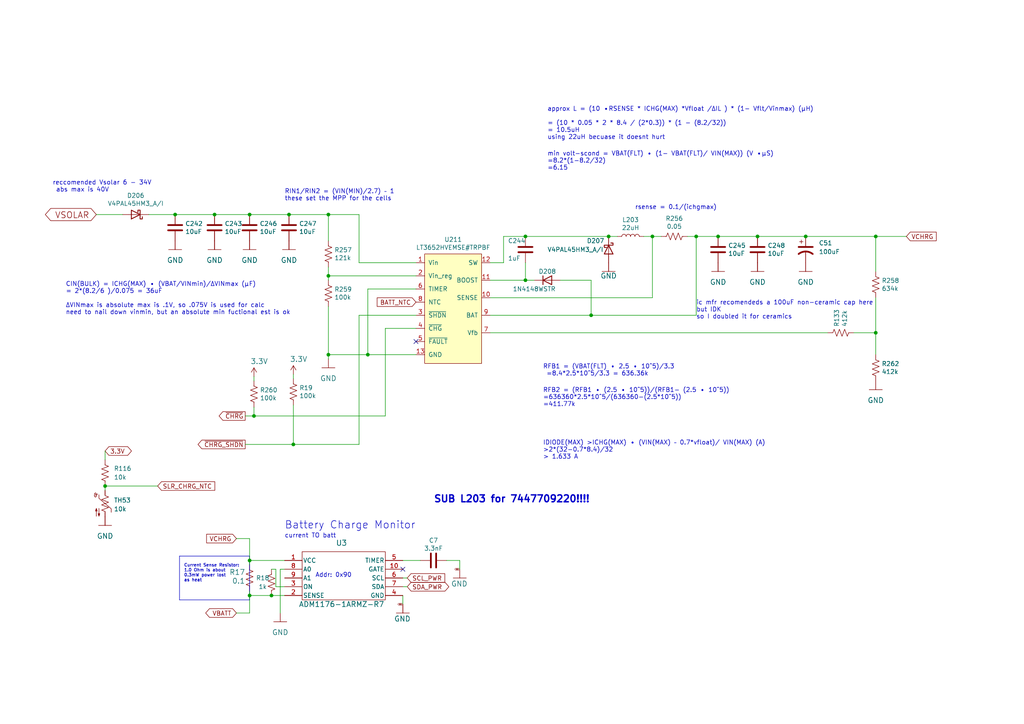
<source format=kicad_sch>
(kicad_sch (version 20230121) (generator eeschema)
  (paper "A4")
  (lib_symbols
    (symbol "Device:C" (pin_numbers hide) (pin_names (offset 0.254))
      (property "Reference" "C" (at 0.635 2.54 0))
      (property "Value" "C" (at 0.635 -2.54 0))
      (symbol "C_0_1"
        (polyline (pts (xy -2.032 -0.762) (xy 2.032 -0.762)) (stroke (width 0.508)))
        (polyline (pts (xy -2.032 0.762) (xy 2.032 0.762)) (stroke (width 0.508)))
      )
      (symbol "C_1_1"
        (pin passive line (at 0 3.81 270) (length 2.794) (name "~") (number "1"))
        (pin passive line (at 0 -3.81 90) (length 2.794) (name "~") (number "2"))
      )
    )
    (symbol "Device:C_Polarized_US" (pin_numbers hide) (pin_names (offset 0.254) hide)
      (property "Reference" "C" (at 0.635 2.54 0))
      (property "Value" "C_Polarized_US" (at 0.635 -2.54 0))
      (symbol "C_Polarized_US_0_1"
        (polyline (pts (xy -2.032 0.762) (xy 2.032 0.762)) (stroke (width 0.508)))
        (polyline (pts (xy -1.778 2.286) (xy -0.762 2.286)))
        (polyline (pts (xy -1.27 1.778) (xy -1.27 2.794)))
        (arc (start 2.032 -1.27) (mid 0 -0.5572) (end -2.032 -1.27) (stroke (width 0.508)))
      )
      (symbol "C_Polarized_US_1_1"
        (pin passive line (at 0 3.81 270) (length 2.794) (name "~") (number "1"))
        (pin passive line (at 0 -3.81 90) (length 3.302) (name "~") (number "2"))
      )
    )
    (symbol "Device:L" (pin_numbers hide) (pin_names (offset 1.016) hide)
      (property "Reference" "L" (at -1.27 0 90))
      (property "Value" "L" (at 1.905 0 90))
      (symbol "L_0_1"
        (arc (start 0 -2.54) (mid 0.6323 -1.905) (end 0 -1.27))
        (arc (start 0 -1.27) (mid 0.6323 -0.635) (end 0 0))
        (arc (start 0 0) (mid 0.6323 0.635) (end 0 1.27))
        (arc (start 0 1.27) (mid 0.6323 1.905) (end 0 2.54))
      )
      (symbol "L_1_1"
        (pin passive line (at 0 3.81 270) (length 1.27) (name "1") (number "1"))
        (pin passive line (at 0 -3.81 90) (length 1.27) (name "2") (number "2"))
      )
    )
    (symbol "Device:R_US" (pin_numbers hide) (pin_names (offset 0))
      (property "Reference" "R" (at 2.54 0 90))
      (property "Value" "R_US" (at -2.54 0 90))
      (symbol "R_US_0_1"
        (polyline (pts (xy 0 -2.286) (xy 0 -2.54)))
        (polyline (pts (xy 0 2.286) (xy 0 2.54)))
        (polyline (pts (xy 0 -0.762) (xy 1.016 -1.143) (xy 0 -1.524) (xy -1.016 -1.905) (xy 0 -2.286)))
        (polyline (pts (xy 0 0.762) (xy 1.016 0.381) (xy 0 0) (xy -1.016 -0.381) (xy 0 -0.762)))
        (polyline (pts (xy 0 2.286) (xy 1.016 1.905) (xy 0 1.524) (xy -1.016 1.143) (xy 0 0.762)))
      )
      (symbol "R_US_1_1"
        (pin passive line (at 0 3.81 270) (length 1.27) (name "~") (number "1"))
        (pin passive line (at 0 -3.81 90) (length 1.27) (name "~") (number "2"))
      )
    )
    (symbol "Device:Thermistor_NTC_US" (pin_numbers hide) (pin_names (offset 0))
      (property "Reference" "TH" (at -4.445 0 90))
      (property "Value" "Thermistor_NTC_US" (at 3.175 0 90))
      (symbol "Thermistor_NTC_US_0_1"
        (arc (start -3.048 2.159) (mid -3.0495 2.3143) (end -3.175 2.413))
        (arc (start -3.048 2.159) (mid -2.9736 1.9794) (end -2.794 1.905))
        (arc (start -3.048 2.794) (mid -2.9736 2.6144) (end -2.794 2.54))
        (arc (start -2.794 1.905) (mid -2.6144 1.9794) (end -2.54 2.159))
        (arc (start -2.794 2.54) (mid -2.4393 2.5587) (end -2.159 2.794))
        (arc (start -2.794 3.048) (mid -2.9736 2.9736) (end -3.048 2.794))
        (arc (start -2.54 2.794) (mid -2.6144 2.9736) (end -2.794 3.048))
        (polyline (pts (xy -2.54 2.159) (xy -2.54 2.794)))
        (polyline (pts (xy 0 -2.286) (xy 0 -2.54)))
        (polyline (pts (xy 0 2.286) (xy 0 2.54)))
        (polyline (pts (xy -1.778 2.54) (xy -1.778 1.524) (xy 1.778 -1.524) (xy 1.778 -2.54)))
        (polyline (pts (xy 0 -0.762) (xy 1.016 -1.143) (xy 0 -1.524) (xy -1.016 -1.905) (xy 0 -2.286)))
        (polyline (pts (xy 0 0.762) (xy 1.016 0.381) (xy 0 0) (xy -1.016 -0.381) (xy 0 -0.762)))
        (polyline (pts (xy 0 2.286) (xy 1.016 1.905) (xy 0 1.524) (xy -1.016 1.143) (xy 0 0.762)))
        (polyline (pts (xy -2.54 -3.683) (xy -2.54 -1.397) (xy -2.794 -2.159) (xy -2.286 -2.159) (xy -2.54 -1.397) (xy -2.54 -1.651)) (fill (type outline)))
        (polyline (pts (xy -1.778 -1.397) (xy -1.778 -3.683) (xy -2.032 -2.921) (xy -1.524 -2.921) (xy -1.778 -3.683) (xy -1.778 -3.429)) (fill (type outline)))
      )
      (symbol "Thermistor_NTC_US_1_1"
        (pin passive line (at 0 3.81 270) (length 1.27) (name "~") (number "1"))
        (pin passive line (at 0 -3.81 90) (length 1.27) (name "~") (number "2"))
      )
    )
    (symbol "mainboard-rescue:D-Device-mainboard-rescue" (pin_numbers hide) (pin_names (offset 1.016) hide)
      (property "Reference" "D" (at 0 2.54 0))
      (property "Value" "D-Device-mainboard-rescue" (at 0 -2.54 0))
      (symbol "D-Device-mainboard-rescue_0_1"
        (polyline (pts (xy -1.27 1.27) (xy -1.27 -1.27)) (stroke (width 0.254)))
        (polyline (pts (xy 1.27 0) (xy -1.27 0)))
        (polyline (pts (xy 1.27 1.27) (xy 1.27 -1.27) (xy -1.27 0) (xy 1.27 1.27)) (stroke (width 0.254)))
      )
      (symbol "D-Device-mainboard-rescue_1_1"
        (pin passive line (at -3.81 0 0) (length 2.54) (name "K") (number "1"))
        (pin passive line (at 3.81 0 180) (length 2.54) (name "A") (number "2"))
      )
    )
    (symbol "mainboard-rescue:D_Schottky-Device-mainboard-rescue" (pin_numbers hide) (pin_names (offset 1.016) hide)
      (property "Reference" "D" (at 0 2.54 0))
      (property "Value" "D_Schottky-Device-mainboard-rescue" (at 0 -2.54 0))
      (symbol "D_Schottky-Device-mainboard-rescue_0_1"
        (polyline (pts (xy 1.27 0) (xy -1.27 0)))
        (polyline (pts (xy 1.27 1.27) (xy 1.27 -1.27) (xy -1.27 0) (xy 1.27 1.27)) (stroke (width 0.254)))
        (polyline (pts (xy -1.905 0.635) (xy -1.905 1.27) (xy -1.27 1.27) (xy -1.27 -1.27) (xy -0.635 -1.27) (xy -0.635 -0.635)) (stroke (width 0.254)))
      )
      (symbol "D_Schottky-Device-mainboard-rescue_1_1"
        (pin passive line (at -3.81 0 0) (length 2.54) (name "K") (number "1"))
        (pin passive line (at 3.81 0 180) (length 2.54) (name "A") (number "2"))
      )
    )
    (symbol "mainboard:3.3V" (power) (pin_names (offset 1.016))
      (property "Value" "3.3V" (at -1.016 3.556 0))
      (symbol "3.3V_1_0"
        (polyline (pts (xy 0 2.54) (xy -0.762 1.27)))
        (polyline (pts (xy 0.762 1.27) (xy 0 2.54)))
        (pin power_in line (at 0 0 90) (length 2.54) (name "3.3V") (number "1"))
      )
    )
    (symbol "mainboard:ADM1176-1ARMZ-R7" (pin_names (offset 0.254))
      (property "Reference" "U?" (at 19.05 -10.16 0))
      (property "Value" "ADM1176-1ARMZ-R7" (at 20.32 -26.67 0))
      (symbol "ADM1176-1ARMZ-R7_0_1"
        (rectangle (start 7.62 -11.43) (end 31.75 -25.4))
      )
      (symbol "ADM1176-1ARMZ-R7_1_0"
        (pin unspecified line (at 2.54 -13.97 0) (length 5.08) (name "VCC") (number "1"))
        (pin unspecified line (at 36.83 -16.51 180) (length 5.08) (name "GATE") (number "10"))
        (pin unspecified line (at 2.54 -24.13 0) (length 5.08) (name "SENSE") (number "2"))
        (pin unspecified line (at 2.54 -21.59 0) (length 5.08) (name "ON") (number "3"))
        (pin unspecified line (at 36.83 -24.13 180) (length 5.08) (name "GND") (number "4"))
        (pin unspecified line (at 36.83 -13.97 180) (length 5.08) (name "TIMER") (number "5"))
        (pin unspecified line (at 36.83 -19.05 180) (length 5.08) (name "SCL") (number "6"))
        (pin unspecified line (at 36.83 -21.59 180) (length 5.08) (name "SDA") (number "7"))
        (pin unspecified line (at 2.54 -16.51 0) (length 5.08) (name "A0") (number "8"))
        (pin unspecified line (at 2.54 -19.05 0) (length 5.08) (name "A1") (number "9"))
      )
    )
    (symbol "mainboard:GND" (power) (pin_names (offset 1.016))
      (property "Value" "GND" (at -2.54 -2.54 0))
      (symbol "GND_1_0"
        (polyline (pts (xy -1.905 0) (xy 1.905 0)))
        (pin power_in line (at 0 2.54 270) (length 2.54) (name "GND") (number "1"))
      )
    )
    (symbol "mainboard_SLI:LTC3652HV" (pin_names (offset 1.016))
      (property "Reference" "U" (at 0 3.81 0))
      (property "Value" "LTC3652HV" (at 0 1.27 0))
      (symbol "LTC3652HV_0_1"
        (rectangle (start -8.89 0) (end 7.62 -31.75) (fill (type background)))
      )
      (symbol "LTC3652HV_1_1"
        (pin input line (at -11.43 -2.54 0) (length 2.54) (name "Vin") (number "1"))
        (pin input line (at 10.16 -12.7 180) (length 2.54) (name "SENSE") (number "10"))
        (pin input line (at 10.16 -7.62 180) (length 2.54) (name "BOOST") (number "11"))
        (pin input line (at 10.16 -2.54 180) (length 2.54) (name "SW") (number "12"))
        (pin input line (at -11.43 -29.21 0) (length 2.54) (name "GND") (number "13"))
        (pin input line (at -11.43 -6.35 0) (length 2.54) (name "Vin_reg") (number "2"))
        (pin input line (at -11.43 -17.78 0) (length 2.54) (name "~{SHDN}") (number "3"))
        (pin input line (at -11.43 -21.59 0) (length 2.54) (name "~{CHG}") (number "4"))
        (pin input line (at -11.43 -25.4 0) (length 2.54) (name "~{FAULT}") (number "5"))
        (pin input line (at -11.43 -10.16 0) (length 2.54) (name "TIMER") (number "6"))
        (pin input line (at 10.16 -22.86 180) (length 2.54) (name "Vfb") (number "7"))
        (pin input line (at -11.43 -13.97 0) (length 2.54) (name "NTC") (number "8"))
        (pin input line (at 10.16 -17.78 180) (length 2.54) (name "BAT") (number "9"))
      )
    )
  )
  (junction (at 254 96.52))
  (junction (at 95.25 62.23))
  (junction (at 73.66 120.65))
  (junction (at 72.39 172.72))
  (junction (at 95.25 80.01))
  (junction (at 152.4 81.28))
  (junction (at 171.45 91.44))
  (junction (at 85.09 128.905))
  (junction (at 219.71 68.58))
  (junction (at 189.23 68.58))
  (junction (at 72.39 62.23))
  (junction (at 152.4 68.58))
  (junction (at 201.93 68.58))
  (junction (at 106.68 102.87))
  (junction (at 72.39 162.56))
  (junction (at 176.53 68.58))
  (junction (at 233.68 68.58))
  (junction (at 95.25 102.87))
  (junction (at 30.48 140.97))
  (junction (at 83.82 62.23))
  (junction (at 254 68.58))
  (junction (at 62.23 62.23))
  (junction (at 50.8 62.23))
  (junction (at 208.28 68.58))
  (junction (at 78.74 172.72))
  (no_connect (at 116.84 165.1))
  (no_connect (at 120.65 99.06))
  (wire (pts (xy 162.56 81.28) (xy 171.45 81.28)))
  (wire (pts (xy 30.48 140.97) (xy 45.72 140.97)))
  (wire (pts (xy 104.14 76.2) (xy 120.65 76.2)))
  (wire (pts (xy 154.94 81.28) (xy 152.4 81.28)))
  (wire (pts (xy 81.28 177.8) (xy 81.28 165.1)))
  (wire (pts (xy 72.39 171.45) (xy 72.39 172.72)))
  (wire (pts (xy 118.11 170.18) (xy 116.84 170.18)))
  (wire (pts (xy 80.01 165.1) (xy 78.74 165.1)))
  (wire (pts (xy 68.58 156.21) (xy 72.39 156.21)))
  (wire (pts (xy 219.71 68.58) (xy 233.68 68.58)))
  (wire (pts (xy 189.23 86.36) (xy 189.23 68.58)))
  (wire (pts (xy 30.48 130.81) (xy 30.48 133.35)))
  (polyline (pts (xy 52.07 173.99) (xy 52.07 161.29)))
  (wire (pts (xy 73.66 109.22) (xy 73.66 110.49)))
  (wire (pts (xy 72.39 172.72) (xy 72.39 177.8)))
  (wire (pts (xy 120.65 95.25) (xy 111.76 95.25)))
  (wire (pts (xy 104.14 91.44) (xy 120.65 91.44)))
  (wire (pts (xy 254 96.52) (xy 254 86.36)))
  (wire (pts (xy 152.4 68.58) (xy 146.05 68.58)))
  (wire (pts (xy 106.68 83.82) (xy 106.68 102.87)))
  (wire (pts (xy 142.24 91.44) (xy 171.45 91.44)))
  (wire (pts (xy 62.23 62.23) (xy 72.39 62.23)))
  (wire (pts (xy 146.05 76.2) (xy 142.24 76.2)))
  (wire (pts (xy 201.93 68.58) (xy 199.39 68.58)))
  (wire (pts (xy 142.24 81.28) (xy 152.4 81.28)))
  (wire (pts (xy 121.92 162.56) (xy 116.84 162.56)))
  (wire (pts (xy 83.82 62.23) (xy 95.25 62.23)))
  (wire (pts (xy 95.25 81.28) (xy 95.25 80.01)))
  (wire (pts (xy 95.25 80.01) (xy 95.25 77.47)))
  (wire (pts (xy 43.18 62.23) (xy 50.8 62.23)))
  (wire (pts (xy 95.25 62.23) (xy 104.14 62.23)))
  (wire (pts (xy 104.14 76.2) (xy 104.14 62.23)))
  (wire (pts (xy 80.01 170.18) (xy 80.01 165.1)))
  (wire (pts (xy 142.24 96.52) (xy 240.03 96.52)))
  (polyline (pts (xy 72.39 161.29) (xy 72.39 173.99)))
  (wire (pts (xy 233.68 68.58) (xy 254 68.58)))
  (polyline (pts (xy 72.39 173.99) (xy 52.07 173.99)))
  (wire (pts (xy 85.09 117.475) (xy 85.09 128.905)))
  (wire (pts (xy 171.45 91.44) (xy 201.93 91.44)))
  (wire (pts (xy 186.69 68.58) (xy 189.23 68.58)))
  (wire (pts (xy 95.25 80.01) (xy 120.65 80.01)))
  (wire (pts (xy 129.54 162.56) (xy 133.35 162.56)))
  (wire (pts (xy 50.8 62.23) (xy 62.23 62.23)))
  (wire (pts (xy 201.93 91.44) (xy 201.93 68.58)))
  (wire (pts (xy 85.09 108.585) (xy 85.09 109.855)))
  (wire (pts (xy 81.28 165.1) (xy 82.55 165.1)))
  (wire (pts (xy 106.68 102.87) (xy 120.65 102.87)))
  (wire (pts (xy 72.39 172.72) (xy 78.74 172.72)))
  (wire (pts (xy 27.94 62.23) (xy 35.56 62.23)))
  (wire (pts (xy 152.4 76.2) (xy 152.4 81.28)))
  (wire (pts (xy 72.39 162.56) (xy 82.55 162.56)))
  (wire (pts (xy 78.74 172.72) (xy 82.55 172.72)))
  (wire (pts (xy 30.48 140.97) (xy 30.48 142.24)))
  (wire (pts (xy 72.39 62.23) (xy 83.82 62.23)))
  (wire (pts (xy 146.05 68.58) (xy 146.05 76.2)))
  (wire (pts (xy 73.66 120.65) (xy 71.12 120.65)))
  (wire (pts (xy 104.14 91.44) (xy 104.14 128.905)))
  (wire (pts (xy 73.66 120.65) (xy 111.76 120.65)))
  (polyline (pts (xy 52.07 161.29) (xy 72.39 161.29)))
  (wire (pts (xy 133.35 165.1) (xy 133.35 162.56)))
  (wire (pts (xy 142.24 86.36) (xy 189.23 86.36)))
  (wire (pts (xy 72.39 162.56) (xy 72.39 163.83)))
  (wire (pts (xy 72.39 162.56) (xy 72.39 156.21)))
  (wire (pts (xy 254 68.58) (xy 254 78.74)))
  (wire (pts (xy 95.25 102.87) (xy 95.25 104.14)))
  (wire (pts (xy 111.76 95.25) (xy 111.76 120.65)))
  (wire (pts (xy 73.66 118.11) (xy 73.66 120.65)))
  (wire (pts (xy 247.65 96.52) (xy 254 96.52)))
  (wire (pts (xy 106.68 102.87) (xy 95.25 102.87)))
  (wire (pts (xy 179.07 68.58) (xy 176.53 68.58)))
  (wire (pts (xy 106.68 83.82) (xy 120.65 83.82)))
  (wire (pts (xy 208.28 68.58) (xy 219.71 68.58)))
  (wire (pts (xy 189.23 68.58) (xy 191.77 68.58)))
  (wire (pts (xy 104.14 128.905) (xy 85.09 128.905)))
  (wire (pts (xy 95.25 88.9) (xy 95.25 102.87)))
  (wire (pts (xy 118.11 167.64) (xy 116.84 167.64)))
  (wire (pts (xy 95.25 69.85) (xy 95.25 62.23)))
  (wire (pts (xy 201.93 68.58) (xy 208.28 68.58)))
  (wire (pts (xy 85.09 128.905) (xy 71.12 128.905)))
  (wire (pts (xy 254 68.58) (xy 262.89 68.58)))
  (wire (pts (xy 152.4 68.58) (xy 176.53 68.58)))
  (wire (pts (xy 171.45 81.28) (xy 171.45 91.44)))
  (wire (pts (xy 68.58 177.8) (xy 72.39 177.8)))
  (wire (pts (xy 116.84 175.26) (xy 116.84 172.72)))
  (wire (pts (xy 254 96.52) (xy 254 102.87)))
  (wire (pts (xy 80.01 170.18) (xy 82.55 170.18)))
  (text "Battery Charge Monitor" (at 82.55 153.67 0) (effects (font (size 2.159 2.159)) (justify left bottom)))
  (text "RFB2 = (RFB1 • (2.5 • 10^5))/(RFB1- (2.5 • 10^5)) \n=636360*2.5*10^5/(636360-(2.5*10^5))\n=411.77k" (at 157.48 118.11 0) (effects (font (size 1.27 1.27)) (justify left bottom)))
  (text "reccomended Vsolar 6 - 34V\n abs max is 40V" (at 15.24 55.88 0) (effects (font (size 1.27 1.27)) (justify left bottom)))
  (text "ic mfr recomendeds a 100uF non-ceramic cap here\nbut IDK\nso I doubled it for ceramics" (at 201.93 92.71 0) (effects (font (size 1.27 1.27)) (justify left bottom)))
  (text "SUB L203 for 7447709220!!!!" (at 125.73 146.05 0) (effects (font (size 2 2) (thickness 0.4) bold) (justify left bottom)))
  (text "current TO batt" (at 82.55 156.21 0) (effects (font (size 1.27 1.27)) (justify left bottom)))
  (text "CIN(BULK) = ICHG(MAX) • (VBAT/VINmin)/ΔVINmax (µF) \n= 2*(8.2/6 )/0.075 = 36uF\n\nΔVINmax is absolute max is .1V, so .075V is used for calc\nneed to nail down vinmin, but an absolute min fuctional est is ok" (at 19.05 91.44 0) (effects (font (size 1.27 1.27)) (justify left bottom)))
  (text "IDIODE(MAX) >ICHG(MAX) • (VIN(MAX) – 0.7*vfloat)/ VIN(MAX) (A)\n>2*(32-0.7*8.4)/32\n> 1.633 A" (at 157.48 133.35 0) (effects (font (size 1.27 1.27)) (justify left bottom)))
  (text "RFB1 = (VBAT(FLT) • 2.5 • 10^5)/3.3\n =8.4*2.5*10^5/3.3 = 636.36k" (at 157.48 109.22 0) (effects (font (size 1.27 1.27)) (justify left bottom)))
  (text "RIN1/RIN2 = (VIN(MIN)/2.7) – 1\nthese set the MPP for the cells" (at 82.55 58.42 0) (effects (font (size 1.27 1.27)) (justify left bottom)))
  (text "approx L = (10 •RSENSE * ICHG(MAX) *Vfloat /ΔIL ) * (1- Vflt/Vinmax) (µH)\n\n= (10 * 0.05 * 2 * 8.4 / (2*0.3)) * (1 - (8.2/32))\n= 10.5uH\nusing 22uH becuase it doesnt hurt" (at 158.75 40.64 0) (effects (font (size 1.27 1.27)) (justify left bottom)))
  (text "rsense = 0.1/(ichgmax)" (at 184.15 60.96 0) (effects (font (size 1.27 1.27)) (justify left bottom)))
  (text "Current Sense Resistor:\n1.0 Ohm is about \n0.3mW power lost\nas heat" (at 53.34 168.91 0) (effects (font (size 0.889 0.889)) (justify left bottom)))
  (text "Addr: 0x90" (at 91.44 167.64 0) (effects (font (size 1.27 1.27)) (justify left bottom)))
  (text "min volt-scond = VBAT(FLT) • (1− VBAT(FLT)/ VIN(MAX)) (V •µS)\n=8.2*(1-8.2/32)\n=6.15" (at 158.75 49.53 0) (effects (font (size 1.27 1.27)) (justify left bottom)))
  (global_label "VCHRG" (shape input) (at 262.89 68.58 0) (property "Intersheetrefs" "${INTERSHEET_REFS}" (effects hide)))
  (global_label "~{CHRG}" (shape output) (at 71.12 120.65 180) (property "Intersheetrefs" "${INTERSHEET_REFS}" (effects hide)))
  (global_label "SCL_PWR" (shape input) (at 118.11 167.64 0) (property "Intersheetrefs" "${INTERSHEET_REFS}" (effects hide)))
  (global_label "VCHRG" (shape input) (at 68.58 156.21 180) (property "Intersheetrefs" "${INTERSHEET_REFS}" (effects hide)))
  (global_label "BATT_NTC" (shape input) (at 120.65 87.63 180) (property "Intersheetrefs" "${INTERSHEET_REFS}" (effects hide)))
  (global_label "VSOLAR" (shape bidirectional) (at 27.94 62.23 180) (effects (font (size 1.778 1.778))) (property "Intersheetrefs" "${INTERSHEET_REFS}" (effects hide)))
  (global_label "SDA_PWR" (shape bidirectional) (at 118.11 170.18 0) (property "Intersheetrefs" "${INTERSHEET_REFS}" (effects hide)))
  (global_label "GND" (shape bidirectional) (at 133.35 165.1 180) (effects (font (size 0.254 0.254))) (property "Intersheetrefs" "${INTERSHEET_REFS}" (effects hide)))
  (global_label "3.3V" (shape bidirectional) (at 30.48 130.81 0) (property "Intersheetrefs" "${INTERSHEET_REFS}" (effects hide)))
  (global_label "GND" (shape bidirectional) (at 116.84 175.26 180) (effects (font (size 0.254 0.254))) (property "Intersheetrefs" "${INTERSHEET_REFS}" (effects hide)))
  (global_label "SLR_CHRG_NTC" (shape input) (at 45.72 140.97 0) (property "Intersheetrefs" "${INTERSHEET_REFS}" (effects hide)))
  (global_label "VBATT" (shape bidirectional) (at 68.58 177.8 180) (property "Intersheetrefs" "${INTERSHEET_REFS}" (effects hide)))
  (global_label "~{CHRG_SHDN}" (shape output) (at 71.12 128.905 180) (property "Intersheetrefs" "${INTERSHEET_REFS}" (effects hide)))
  (symbol (lib_id "mainboard_SLI:LTC3652HV") (at 132.08 73.66 0) (unit 1)
    (property "Reference" "U211" (at 131.445 69.469 0))
    (property "Value" "‎LT3652HVEMSE#TRPBF‎" (at 131.445 71.7804 0))
    (property "Footprint" "mainboard-SLI:MSOP-12-1EP_3x4mm_P0.65mm_EP1.65x2.85mm_ThermalVias" (effects hide))
  )
  (symbol (lib_id "Device:C") (at 50.8 66.04 0) (unit 1)
    (property "Reference" "C242" (at 53.721 64.8716 0) (effects (justify left)))
    (property "Value" "10uF" (at 53.721 67.183 0) (effects (justify left)))
    (property "Footprint" "Capacitor_SMD:C_1210_3225Metric" (effects hide))
    (property "Datasheet" "CNA6P1X7R1H106K250AE" (effects hide))
  )
  (symbol (lib_id "mainboard:GND") (at 50.8 72.39 0) (unit 1)
    (property "Reference" "#GND0201" (effects hide))
    (property "Value" "GND" (at 50.8 75.4634 0) (effects (font (size 1.4986 1.4986))))
  )
  (symbol (lib_id "Device:R_US") (at 73.66 114.3 0) (unit 1)
    (property "Reference" "R260" (at 75.3872 113.1316 0) (effects (justify left)))
    (property "Value" "100k" (at 75.3872 115.443 0) (effects (justify left)))
    (property "Footprint" "Resistor_SMD:R_0603_1608Metric" (effects hide))
  )
  (symbol (lib_id "mainboard:3.3V") (at 73.66 109.22 0) (unit 1)
    (property "Reference" "#P+0201" (effects hide))
    (property "Value" "3.3V" (at 72.644 105.664 0) (effects (font (size 1.4986 1.4986)) (justify left bottom)))
  )
  (symbol (lib_id "Device:R_US") (at 95.25 73.66 0) (unit 1)
    (property "Reference" "R257" (at 96.9772 72.4916 0) (effects (justify left)))
    (property "Value" "121k" (at 96.9772 74.803 0) (effects (justify left)))
    (property "Footprint" "Resistor_SMD:R_0603_1608Metric" (effects hide))
  )
  (symbol (lib_id "Device:R_US") (at 95.25 85.09 0) (unit 1)
    (property "Reference" "R259" (at 96.9772 83.9216 0) (effects (justify left)))
    (property "Value" "100k" (at 96.9772 86.233 0) (effects (justify left)))
    (property "Footprint" "Resistor_SMD:R_0603_1608Metric" (effects hide))
  )
  (symbol (lib_id "mainboard:GND") (at 95.25 106.68 0) (unit 1)
    (property "Reference" "#GND0208" (effects hide))
    (property "Value" "GND" (at 95.25 109.7534 0) (effects (font (size 1.4986 1.4986))))
  )
  (symbol (lib_id "Device:C") (at 152.4 72.39 0) (unit 1)
    (property "Reference" "C244" (at 147.32 69.85 0) (effects (justify left)))
    (property "Value" "1uF" (at 147.32 74.93 0) (effects (justify left)))
    (property "Footprint" "Capacitor_SMD:C_0603_1608Metric" (effects hide))
  )
  (symbol (lib_id "mainboard-rescue:D_Schottky-Device-mainboard-rescue") (at 176.53 72.39 270) (unit 1)
    (property "Reference" "D207" (at 170.18 69.85 90) (effects (justify left)))
    (property "Value" "V4PAL45HM3_A/I" (at 158.75 72.39 90) (effects (justify left)))
    (property "Footprint" "mainboard-SLI:SMPA" (effects hide))
  )
  (symbol (lib_id "Device:L") (at 182.88 68.58 270) (mirror x) (unit 1)
    (property "Reference" "L203" (at 182.88 63.754 90))
    (property "Value" "22uH" (at 182.88 66.0654 90))
    (property "Footprint" "mainboard-SLI:L_Wuerth_WE-PD-1260" (effects hide))
    (property "Datasheet" "7447709220" (effects hide))
  )
  (symbol (lib_id "mainboard:GND") (at 176.53 78.74 0) (unit 1)
    (property "Reference" "#GND0203" (effects hide))
    (property "Value" "GND" (at 176.53 80.01 0) (effects (font (size 1.4986 1.4986))))
  )
  (symbol (lib_id "Device:R_US") (at 195.58 68.58 270) (unit 1)
    (property "Reference" "R256" (at 195.58 63.373 90))
    (property "Value" "0.05" (at 195.58 65.6844 90))
    (property "Footprint" "Resistor_SMD:R_1206_3216Metric" (effects hide))
    (property "Datasheet" "WSLP1206R0500DEA" (effects hide))
  )
  (symbol (lib_id "Device:R_US") (at 254 82.55 0) (unit 1)
    (property "Reference" "R258" (at 255.7272 81.3816 0) (effects (justify left)))
    (property "Value" "634k" (at 255.7272 83.693 0) (effects (justify left)))
    (property "Footprint" "Resistor_SMD:R_0603_1608Metric" (effects hide))
  )
  (symbol (lib_id "Device:R_US") (at 254 106.68 0) (unit 1)
    (property "Reference" "R262" (at 255.7272 105.5116 0) (effects (justify left)))
    (property "Value" "412k" (at 255.7272 107.823 0) (effects (justify left)))
    (property "Footprint" "Resistor_SMD:R_0603_1608Metric" (effects hide))
  )
  (symbol (lib_id "mainboard:GND") (at 254 113.03 0) (unit 1)
    (property "Reference" "#GND0209" (effects hide))
    (property "Value" "GND" (at 254 116.1034 0) (effects (font (size 1.4986 1.4986))))
  )
  (symbol (lib_id "Device:C") (at 208.28 72.39 0) (unit 1)
    (property "Reference" "C245" (at 211.201 71.2216 0) (effects (justify left)))
    (property "Value" "10uF" (at 211.201 73.533 0) (effects (justify left)))
    (property "Footprint" "Capacitor_SMD:C_1210_3225Metric" (effects hide))
    (property "Datasheet" "CNA6P1X7R1H106K250AE" (effects hide))
  )
  (symbol (lib_id "mainboard:GND") (at 208.28 78.74 0) (unit 1)
    (property "Reference" "#GND0204" (effects hide))
    (property "Value" "GND" (at 208.28 81.8134 0) (effects (font (size 1.4986 1.4986))))
  )
  (symbol (lib_id "mainboard-rescue:D-Device-mainboard-rescue") (at 158.75 81.28 0) (unit 1)
    (property "Reference" "D208" (at 158.75 78.74 0))
    (property "Value" "1N4148WSTR" (at 154.94 83.82 0))
    (property "Footprint" "Diode_SMD:D_SOD-323" (effects hide))
  )
  (symbol (lib_id "mainboard:GND") (at 219.71 78.74 0) (unit 1)
    (property "Reference" "#GND0104" (effects hide))
    (property "Value" "GND" (at 219.71 81.8134 0) (effects (font (size 1.4986 1.4986))))
  )
  (symbol (lib_id "Device:C") (at 62.23 66.04 0) (unit 1)
    (property "Reference" "C243" (at 65.151 64.8716 0) (effects (justify left)))
    (property "Value" "10uF" (at 65.151 67.183 0) (effects (justify left)))
    (property "Footprint" "Capacitor_SMD:C_1210_3225Metric" (effects hide))
    (property "Datasheet" "CNA6P1X7R1H106K250AE" (effects hide))
  )
  (symbol (lib_id "mainboard:GND") (at 62.23 72.39 0) (unit 1)
    (property "Reference" "#GND0167" (effects hide))
    (property "Value" "GND" (at 62.23 75.4634 0) (effects (font (size 1.4986 1.4986))))
  )
  (symbol (lib_id "Device:C") (at 72.39 66.04 0) (unit 1)
    (property "Reference" "C246" (at 75.311 64.8716 0) (effects (justify left)))
    (property "Value" "10uF" (at 75.311 67.183 0) (effects (justify left)))
    (property "Footprint" "Capacitor_SMD:C_1210_3225Metric" (effects hide))
    (property "Datasheet" "CNA6P1X7R1H106K250AE" (effects hide))
  )
  (symbol (lib_id "mainboard:GND") (at 72.39 72.39 0) (unit 1)
    (property "Reference" "#GND0168" (effects hide))
    (property "Value" "GND" (at 72.39 75.4634 0) (effects (font (size 1.4986 1.4986))))
  )
  (symbol (lib_id "Device:C") (at 83.82 66.04 0) (unit 1)
    (property "Reference" "C247" (at 86.741 64.8716 0) (effects (justify left)))
    (property "Value" "10uF" (at 86.741 67.183 0) (effects (justify left)))
    (property "Footprint" "Capacitor_SMD:C_1210_3225Metric" (effects hide))
    (property "Datasheet" "CNA6P1X7R1H106K250AE" (effects hide))
  )
  (symbol (lib_id "mainboard:GND") (at 83.82 72.39 0) (unit 1)
    (property "Reference" "#GND0169" (effects hide))
    (property "Value" "GND" (at 83.82 75.4634 0) (effects (font (size 1.4986 1.4986))))
  )
  (symbol (lib_id "mainboard-rescue:D_Schottky-Device-mainboard-rescue") (at 39.37 62.23 180) (unit 1)
    (property "Reference" "D206" (at 39.37 56.7182 0))
    (property "Value" "V4PAL45HM3_A/I" (at 39.37 59.0296 0))
    (property "Footprint" "mainboard-SLI:SMPA" (effects hide))
  )
  (symbol (lib_id "Device:C") (at 219.71 72.39 0) (unit 1)
    (property "Reference" "C248" (at 222.631 71.2216 0) (effects (justify left)))
    (property "Value" "10uF" (at 222.631 73.533 0) (effects (justify left)))
    (property "Footprint" "Capacitor_SMD:C_1210_3225Metric" (effects hide))
    (property "Datasheet" "CNA6P1X7R1H106K250AE" (effects hide))
  )
  (symbol (lib_id "mainboard:GND") (at 116.84 177.8 0) (unit 1)
    (property "Reference" "#GND0113" (effects hide))
    (property "Value" "GND" (at 114.3 180.34 0) (effects (font (size 1.4986 1.4986)) (justify left bottom)))
  )
  (symbol (lib_id "mainboard:3.3V") (at 85.09 108.585 0) (unit 1)
    (property "Reference" "#P+0103" (effects hide))
    (property "Value" "3.3V" (at 84.074 105.029 0) (effects (font (size 1.4986 1.4986)) (justify left bottom)))
  )
  (symbol (lib_id "Device:R_US") (at 78.74 168.91 0) (mirror x) (unit 1)
    (property "Reference" "R18" (at 76.2 167.64 0))
    (property "Value" "1k" (at 76.2 170.18 0))
    (property "Footprint" "Resistor_SMD:R_0603_1608Metric" (effects hide))
  )
  (symbol (lib_id "mainboard:GND") (at 81.28 180.34 0) (unit 1)
    (property "Reference" "#GND0112" (effects hide))
    (property "Value" "GND" (at 81.28 183.4134 0) (effects (font (size 1.4986 1.4986))))
  )
  (symbol (lib_id "mainboard:GND") (at 133.35 167.64 0) (unit 1)
    (property "Reference" "#GND0111" (effects hide))
    (property "Value" "GND" (at 130.81 170.18 0) (effects (font (size 1.4986 1.4986)) (justify left bottom)))
  )
  (symbol (lib_id "Device:R_US") (at 30.48 137.16 0) (unit 1)
    (property "Reference" "R116" (at 33.02 135.8899 0) (effects (justify left)))
    (property "Value" "10k" (at 33.02 138.4299 0) (effects (justify left)))
    (property "Footprint" "Resistor_SMD:R_0603_1608Metric" (effects hide))
  )
  (symbol (lib_id "Device:C_Polarized_US") (at 233.68 72.39 0) (unit 1)
    (property "Reference" "C51" (at 237.49 70.4849 0) (effects (justify left)))
    (property "Value" "100uF" (at 237.49 73.0249 0) (effects (justify left)))
    (property "Footprint" "Capacitor_Tantalum_SMD:CP_EIA-7343-43_Kemet-X" (effects hide))
    (property "Datasheet" "T498X107K016ATE075" (effects hide))
  )
  (symbol (lib_id "mainboard:GND") (at 233.68 78.74 0) (unit 1)
    (property "Reference" "#GND0155" (effects hide))
    (property "Value" "GND" (at 233.68 81.8134 0) (effects (font (size 1.4986 1.4986))))
  )
  (symbol (lib_id "Device:R_US") (at 243.84 96.52 90) (unit 1)
    (property "Reference" "R133" (at 242.6716 94.7928 0) (effects (justify left)))
    (property "Value" "412k" (at 244.983 94.7928 0) (effects (justify left)))
    (property "Footprint" "Resistor_SMD:R_0603_1608Metric" (effects hide))
  )
  (symbol (lib_id "Device:Thermistor_NTC_US") (at 30.48 146.05 0) (unit 1)
    (property "Reference" "TH53" (at 33.02 145.0974 0) (effects (justify left)))
    (property "Value" "10k" (at 33.02 147.6374 0) (effects (justify left)))
    (property "Footprint" "Resistor_SMD:R_0603_1608Metric" (effects hide))
  )
  (symbol (lib_id "mainboard:ADM1176-1ARMZ-R7") (at 80.01 148.59 0) (unit 1)
    (property "Reference" "U3" (at 99.06 157.48 0) (effects (font (size 1.524 1.524))))
    (property "Value" "ADM1176-1ARMZ-R7" (at 99.06 175.26 0) (effects (font (size 1.524 1.524))))
    (property "Footprint" "mainboard:ADM1176-1ARMZ-R7" (effects hide))
    (property "Datasheet" "https://www.analog.com/media/en/technical-documentation/data-sheets/ADM1176.pdf" (effects hide))
    (property "Description" "Power Monitor" (effects hide))
    (property "Flight" "ADM1176-1ARMZ-R7" (effects hide))
    (property "Manufacturer_Name" "Analog Devices Inc." (effects hide))
    (property "Manufacturer_Part_Number" "ADM1176-1ARMZ-R7" (effects hide))
    (property "Proto" "ADM1176-1ARMZ-R7" (effects hide))
  )
  (symbol (lib_id "mainboard:GND") (at 30.48 152.4 0) (unit 1)
    (property "Reference" "#GND0150" (effects hide))
    (property "Value" "GND" (at 30.48 155.4734 0) (effects (font (size 1.4986 1.4986))))
  )
  (symbol (lib_id "Device:C") (at 125.73 162.56 270) (unit 1)
    (property "Reference" "C7" (at 125.73 156.7434 90))
    (property "Value" "3.3nF" (at 125.73 159.0548 90))
    (property "Footprint" "Capacitor_SMD:C_0603_1608Metric" (effects hide))
  )
  (symbol (lib_id "Device:R_US") (at 72.39 167.64 180) (unit 1)
    (property "Reference" "R17" (at 71.12 165.1 0) (effects (font (size 1.4986 1.4986)) (justify left bottom)))
    (property "Value" "0.1" (at 71.12 167.64 0) (effects (font (size 1.4986 1.4986)) (justify left bottom)))
    (property "Footprint" "Resistor_SMD:R_2512_6332Metric" (effects hide))
  )
  (symbol (lib_id "Device:R_US") (at 85.09 113.665 0) (unit 1)
    (property "Reference" "R19" (at 86.8172 112.4966 0) (effects (justify left)))
    (property "Value" "100k" (at 86.8172 114.808 0) (effects (justify left)))
    (property "Footprint" "Resistor_SMD:R_0603_1608Metric" (effects hide))
  )
)
</source>
